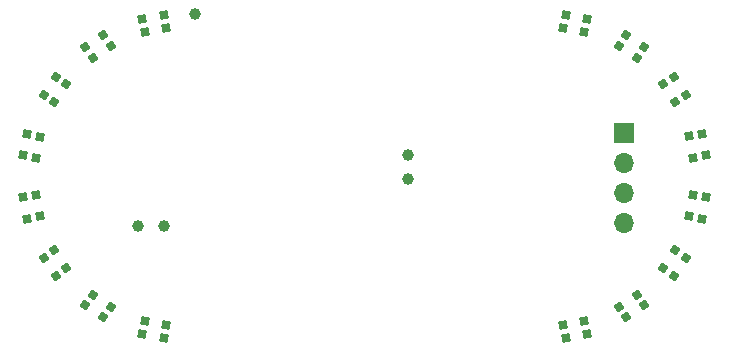
<source format=gbr>
%TF.GenerationSoftware,KiCad,Pcbnew,8.0.0*%
%TF.CreationDate,2024-03-15T16:55:21-04:00*%
%TF.ProjectId,mainboard,6d61696e-626f-4617-9264-2e6b69636164,rev?*%
%TF.SameCoordinates,Original*%
%TF.FileFunction,Soldermask,Bot*%
%TF.FilePolarity,Negative*%
%FSLAX46Y46*%
G04 Gerber Fmt 4.6, Leading zero omitted, Abs format (unit mm)*
G04 Created by KiCad (PCBNEW 8.0.0) date 2024-03-15 16:55:21*
%MOMM*%
%LPD*%
G01*
G04 APERTURE LIST*
G04 Aperture macros list*
%AMRotRect*
0 Rectangle, with rotation*
0 The origin of the aperture is its center*
0 $1 length*
0 $2 width*
0 $3 Rotation angle, in degrees counterclockwise*
0 Add horizontal line*
21,1,$1,$2,0,0,$3*%
G04 Aperture macros list end*
%ADD10C,1.000000*%
%ADD11R,1.700000X1.700000*%
%ADD12O,1.700000X1.700000*%
%ADD13RotRect,0.700000X0.700000X78.750000*%
%ADD14RotRect,0.700000X0.700000X236.250000*%
%ADD15RotRect,0.700000X0.700000X191.250000*%
%ADD16RotRect,0.700000X0.700000X56.250000*%
%ADD17RotRect,0.700000X0.700000X33.750000*%
%ADD18RotRect,0.700000X0.700000X213.750000*%
%ADD19RotRect,0.700000X0.700000X11.250000*%
%ADD20RotRect,0.700000X0.700000X258.750000*%
%ADD21RotRect,0.700000X0.700000X168.750000*%
%ADD22RotRect,0.700000X0.700000X348.750000*%
%ADD23RotRect,0.700000X0.700000X146.250000*%
%ADD24RotRect,0.700000X0.700000X303.750000*%
%ADD25RotRect,0.700000X0.700000X281.250000*%
%ADD26RotRect,0.700000X0.700000X326.250000*%
%ADD27RotRect,0.700000X0.700000X123.750000*%
%ADD28RotRect,0.700000X0.700000X101.250000*%
G04 APERTURE END LIST*
D10*
%TO.C,REF\u002A\u002A*%
X171323000Y-77470000D03*
%TD*%
D11*
%TO.C,J1*%
X207645000Y-87513000D03*
D12*
X207645000Y-90053000D03*
X207645000Y-92593000D03*
X207645000Y-95133000D03*
%TD*%
D13*
%TO.C,REF\u002A\u002A12*%
X214228924Y-94767471D03*
X213150060Y-94552872D03*
X213507076Y-92758035D03*
X214585940Y-92972634D03*
%TD*%
D14*
%TO.C,REF\u002A\u002A5*%
X159503199Y-82783353D03*
X160417816Y-83394480D03*
X159401123Y-84916069D03*
X158486506Y-84304942D03*
%TD*%
D10*
%TO.C,TP15*%
X166469400Y-95361000D03*
%TD*%
D15*
%TO.C,REF\u002A\u002A7*%
X168647578Y-77515531D03*
X168862177Y-78594395D03*
X167067340Y-78951411D03*
X166852741Y-77872547D03*
%TD*%
D10*
%TO.C,TP7*%
X189357000Y-89408000D03*
%TD*%
D16*
%TO.C,REF\u002A\u002A13*%
X211844801Y-99590330D03*
X210930184Y-98979203D03*
X211946877Y-97457614D03*
X212861494Y-98068741D03*
%TD*%
D17*
%TO.C,REF\u002A\u002A14*%
X207796528Y-103133705D03*
X207185402Y-102219088D03*
X208706990Y-101202395D03*
X209318116Y-102117012D03*
%TD*%
D18*
%TO.C,REF\u002A\u002A6*%
X163551472Y-79239978D03*
X164162598Y-80154595D03*
X162641010Y-81171288D03*
X162029883Y-80256671D03*
%TD*%
D19*
%TO.C,REF\u002A\u002A15*%
X202700422Y-104858152D03*
X202485823Y-103779288D03*
X204280660Y-103422272D03*
X204495259Y-104501136D03*
%TD*%
D20*
%TO.C,REF\u002A\u002A4*%
X157119076Y-87606212D03*
X158197940Y-87820811D03*
X157840924Y-89615648D03*
X156762060Y-89401049D03*
%TD*%
D21*
%TO.C,REF\u002A\u002A8*%
X204495259Y-77870864D03*
X204280660Y-78949728D03*
X202485823Y-78592712D03*
X202700422Y-77513848D03*
%TD*%
D22*
%TO.C,REF\u002A\u002A*%
X166852741Y-104502819D03*
X167067340Y-103423955D03*
X168862177Y-103780971D03*
X168647578Y-104859835D03*
%TD*%
D23*
%TO.C,REF\u002A\u002A9*%
X209318118Y-80254987D03*
X208706991Y-81169604D03*
X207185402Y-80152911D03*
X207796529Y-79238294D03*
%TD*%
D24*
%TO.C,REF\u002A\u002A2*%
X158486507Y-98070423D03*
X159401124Y-97459297D03*
X160417817Y-98980885D03*
X159503200Y-99592012D03*
%TD*%
D25*
%TO.C,REF\u002A\u002A3*%
X156762060Y-92974317D03*
X157840924Y-92759718D03*
X158197940Y-94554555D03*
X157119076Y-94769154D03*
%TD*%
D10*
%TO.C,TP14*%
X168656000Y-95377000D03*
%TD*%
D26*
%TO.C,REF\u002A\u002A1*%
X162029882Y-102118696D03*
X162641009Y-101204079D03*
X164162598Y-102220772D03*
X163551471Y-103135389D03*
%TD*%
D27*
%TO.C,REF\u002A\u002A10*%
X212861493Y-84303260D03*
X211946876Y-84914386D03*
X210930183Y-83392798D03*
X211844800Y-82781672D03*
%TD*%
D10*
%TO.C,TP8*%
X189357000Y-91440000D03*
%TD*%
D28*
%TO.C,REF\u002A\u002A11*%
X214585940Y-89399366D03*
X213507076Y-89613965D03*
X213150060Y-87819128D03*
X214228924Y-87604529D03*
%TD*%
M02*

</source>
